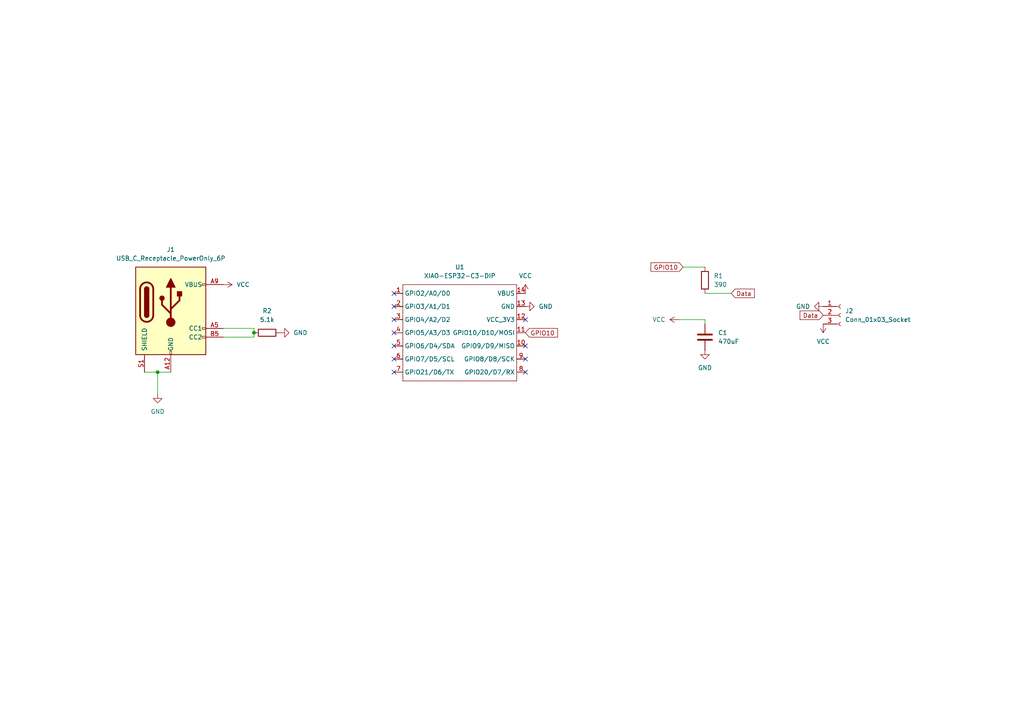
<source format=kicad_sch>
(kicad_sch (version 20250114) (generator "eeschema") (generator_version "9.0")
  (paper "A4")
  (title_block (title "WLED BOX") (date "2025-06-19") (rev "V1") (company "Ginobeano"))
  (lib_symbols
    (symbol "Connector:Conn_01x03_Socket" (pin_names (offset 1.016) (hide yes))
      (property "Reference" "J" (at 0 5.08 0))
      (property "Value" "Conn_01x03_Socket" (at 0 -5.08 0))
      (symbol "Conn_01x03_Socket_1_1"
        (polyline (pts (xy -1.27 2.54) (xy -0.508 2.54)) (stroke (width 0.1524)))
        (polyline (pts (xy -1.27 0) (xy -0.508 0)) (stroke (width 0.1524)))
        (polyline (pts (xy -1.27 -2.54) (xy -0.508 -2.54)) (stroke (width 0.1524)))
        (arc (start 0 2.032) (mid -0.5058 2.54) (end 0 3.048) (stroke (width 0.1524)))
        (arc (start 0 -0.508) (mid -0.5058 0) (end 0 0.508) (stroke (width 0.1524)))
        (arc (start 0 -3.048) (mid -0.5058 -2.54) (end 0 -2.032) (stroke (width 0.1524)))
        (pin passive line (at -5.08 2.54 0) (length 3.81) (name "Pin_1") (number "1"))
        (pin passive line (at -5.08 0 0) (length 3.81) (name "Pin_2") (number "2"))
        (pin passive line (at -5.08 -2.54 0) (length 3.81) (name "Pin_3") (number "3"))
      )
    )
    (symbol "Connector:USB_C_Receptacle_PowerOnly_6P" (pin_names (offset 1.016))
      (property "Reference" "J" (at 0 16.51 0))
      (property "Value" "USB_C_Receptacle_PowerOnly_6P" (at 0 13.97 0))
      (symbol "USB_C_Receptacle_PowerOnly_6P_0_0"
        (rectangle (start -0.254 -12.7) (end 0.254 -11.684))
        (rectangle (start 10.16 7.874) (end 9.144 7.366))
        (rectangle (start 10.16 -4.826) (end 9.144 -5.334))
        (rectangle (start 10.16 -7.366) (end 9.144 -7.874))
      )
      (symbol "USB_C_Receptacle_PowerOnly_6P_0_1"
        (rectangle (start -10.16 12.7) (end 10.16 -12.7) (stroke (width 0.254)) (fill (type background)))
        (polyline (pts (xy -8.89 -1.27) (xy -8.89 6.35)) (stroke (width 0.508)))
        (rectangle (start -7.62 -1.27) (end -6.35 6.35) (stroke (width 0.254)) (fill (type outline)))
        (arc (start -7.62 6.35) (mid -6.985 6.9823) (end -6.35 6.35) (stroke (width 0.254)))
        (arc (start -7.62 6.35) (mid -6.985 6.9823) (end -6.35 6.35) (stroke (width 0.254)) (fill (type outline)))
        (arc (start -8.89 6.35) (mid -6.985 8.2467) (end -5.08 6.35) (stroke (width 0.508)))
        (arc (start -5.08 -1.27) (mid -6.985 -3.1667) (end -8.89 -1.27) (stroke (width 0.508)))
        (arc (start -6.35 -1.27) (mid -6.985 -1.9023) (end -7.62 -1.27) (stroke (width 0.254)))
        (arc (start -6.35 -1.27) (mid -6.985 -1.9023) (end -7.62 -1.27) (stroke (width 0.254)) (fill (type outline)))
        (polyline (pts (xy -5.08 6.35) (xy -5.08 -1.27)) (stroke (width 0.508)))
        (circle (center -2.54 3.683) (radius 0.635) (stroke (width 0.254)) (fill (type outline)))
        (polyline (pts (xy -1.27 6.858) (xy 0 9.398) (xy 1.27 6.858) (xy -1.27 6.858)) (stroke (width 0.254)) (fill (type outline)))
        (polyline (pts (xy 0 0.508) (xy 2.54 3.048) (xy 2.54 4.318)) (stroke (width 0.508)))
        (polyline (pts (xy 0 -0.762) (xy -2.54 1.778) (xy -2.54 3.048)) (stroke (width 0.508)))
        (polyline (pts (xy 0 -3.302) (xy 0 6.858)) (stroke (width 0.508)))
        (circle (center 0 -3.302) (radius 1.27) (fill (type outline)))
        (rectangle (start 1.905 4.318) (end 3.175 5.588) (stroke (width 0.254)) (fill (type outline)))
      )
      (symbol "USB_C_Receptacle_PowerOnly_6P_1_1"
        (pin passive line (at -7.62 -17.78 90) (length 5.08) (name "SHIELD") (number "S1"))
        (pin passive line (at 0 -17.78 90) (length 5.08) (name "GND") (number "A12"))
        (pin passive line (at 0 -17.78 90) (length 5.08) (hide yes) (name "GND") (number "B12"))
        (pin passive line (at 15.24 7.62 180) (length 5.08) (name "VBUS") (number "A9"))
        (pin passive line (at 15.24 7.62 180) (length 5.08) (hide yes) (name "VBUS") (number "B9"))
        (pin bidirectional line (at 15.24 -5.08 180) (length 5.08) (name "CC1") (number "A5"))
        (pin bidirectional line (at 15.24 -7.62 180) (length 5.08) (name "CC2") (number "B5"))
      )
    )
    (symbol "Device:C" (pin_numbers (hide yes)) (pin_names (offset 0.254))
      (property "Reference" "C" (at 0.635 2.54 0))
      (property "Value" "C" (at 0.635 -2.54 0))
      (symbol "C_0_1"
        (polyline (pts (xy -2.032 0.762) (xy 2.032 0.762)) (stroke (width 0.508)))
        (polyline (pts (xy -2.032 -0.762) (xy 2.032 -0.762)) (stroke (width 0.508)))
      )
      (symbol "C_1_1"
        (pin passive line (at 0 3.81 270) (length 2.794) (name "~") (number "1"))
        (pin passive line (at 0 -3.81 90) (length 2.794) (name "~") (number "2"))
      )
    )
    (symbol "Device:R" (pin_numbers (hide yes)) (pin_names (offset 0))
      (property "Reference" "R" (at 2.032 0 90))
      (property "Value" "R" (at 0 0 90))
      (symbol "R_0_1"
        (rectangle (start -1.016 -2.54) (end 1.016 2.54) (stroke (width 0.254)))
      )
      (symbol "R_1_1"
        (pin passive line (at 0 3.81 270) (length 1.27) (name "~") (number "1"))
        (pin passive line (at 0 -3.81 90) (length 1.27) (name "~") (number "2"))
      )
    )
    (symbol "Seeed-Studio-Xiao:XIAO-ESP32-C3-DIP"
      (property "Reference" "U" (at 1.016 2.794 0))
      (property "Value" "XIAO-ESP32-C3-DIP" (at 7.62 1.016 0))
      (symbol "XIAO-ESP32-C3-DIP_1_0"
        (polyline (pts (xy 0 0) (xy 33.02 0)) (stroke (width 0.1524)))
        (polyline (pts (xy 0 -2.54) (xy -1.27 -2.54)) (stroke (width 0.1524)))
        (polyline (pts (xy 0 -2.54) (xy 0 0)) (stroke (width 0.1524)))
        (polyline (pts (xy 0 -6.35) (xy -1.27 -6.35)) (stroke (width 0.1524)))
        (polyline (pts (xy 0 -6.35) (xy 0 -2.54)) (stroke (width 0.1524)))
        (polyline (pts (xy 0 -10.16) (xy -1.27 -10.16)) (stroke (width 0.1524)))
        (polyline (pts (xy 0 -10.16) (xy 0 -6.35)) (stroke (width 0.1524)))
        (polyline (pts (xy 0 -13.97) (xy -1.27 -13.97)) (stroke (width 0.1524)))
        (polyline (pts (xy 0 -13.97) (xy 0 -10.16)) (stroke (width 0.1524)))
        (polyline (pts (xy 0 -17.78) (xy -1.27 -17.78)) (stroke (width 0.1524)))
        (polyline (pts (xy 0 -21.59) (xy -1.27 -21.59)) (stroke (width 0.1524)))
        (polyline (pts (xy 0 -25.4) (xy -1.27 -25.4)) (stroke (width 0.1524)))
        (polyline (pts (xy 0 -27.94) (xy 0 -13.97)) (stroke (width 0.1524)))
        (polyline (pts (xy 33.02 0) (xy 33.02 -2.54)) (stroke (width 0.1524)))
        (polyline (pts (xy 33.02 -2.54) (xy 33.02 -6.35)) (stroke (width 0.1524)))
        (polyline (pts (xy 33.02 -6.35) (xy 33.02 -10.16)) (stroke (width 0.1524)))
        (polyline (pts (xy 33.02 -10.16) (xy 33.02 -27.94)) (stroke (width 0.1524)))
        (polyline (pts (xy 33.02 -27.94) (xy 0 -27.94)) (stroke (width 0.1524)))
        (polyline (pts (xy 34.29 -2.54) (xy 33.02 -2.54)) (stroke (width 0.1524)))
        (polyline (pts (xy 34.29 -6.35) (xy 33.02 -6.35)) (stroke (width 0.1524)))
        (polyline (pts (xy 34.29 -10.16) (xy 33.02 -10.16)) (stroke (width 0.1524)))
        (polyline (pts (xy 34.29 -13.97) (xy 33.02 -13.97)) (stroke (width 0.1524)))
        (polyline (pts (xy 34.29 -17.78) (xy 33.02 -17.78)) (stroke (width 0.1524)))
        (polyline (pts (xy 34.29 -21.59) (xy 33.02 -21.59)) (stroke (width 0.1524)))
        (polyline (pts (xy 34.29 -25.4) (xy 33.02 -25.4)) (stroke (width 0.1524)))
        (pin passive line (at -2.54 -2.54 0) (length 2.54) (name "GPIO2/A0/D0") (number "1"))
        (pin passive line (at -2.54 -6.35 0) (length 2.54) (name "GPIO3/A1/D1") (number "2"))
        (pin passive line (at -2.54 -10.16 0) (length 2.54) (name "GPIO4/A2/D2") (number "3"))
        (pin passive line (at -2.54 -13.97 0) (length 2.54) (name "GPIO5/A3/D3") (number "4"))
        (pin passive line (at -2.54 -17.78 0) (length 2.54) (name "GPIO6/D4/SDA") (number "5"))
        (pin passive line (at -2.54 -21.59 0) (length 2.54) (name "GPIO7/D5/SCL") (number "6"))
        (pin passive line (at -2.54 -25.4 0) (length 2.54) (name "GPIO21/D6/TX") (number "7"))
        (pin passive line (at 35.56 -2.54 180) (length 2.54) (name "VBUS") (number "14"))
        (pin passive line (at 35.56 -6.35 180) (length 2.54) (name "GND") (number "13"))
        (pin passive line (at 35.56 -10.16 180) (length 2.54) (name "VCC_3V3") (number "12"))
        (pin passive line (at 35.56 -13.97 180) (length 2.54) (name "GPIO10/D10/MOSI") (number "11"))
        (pin passive line (at 35.56 -17.78 180) (length 2.54) (name "GPIO9/D9/MISO") (number "10"))
        (pin passive line (at 35.56 -21.59 180) (length 2.54) (name "GPIO8/D8/SCK") (number "9"))
        (pin passive line (at 35.56 -25.4 180) (length 2.54) (name "GPIO20/D7/RX") (number "8"))
      )
    )
    (symbol "power:GND" (power) (pin_numbers (hide yes)) (pin_names (offset 0) (hide yes))
      (property "Value" "GND" (at 0 -3.81 0))
      (symbol "GND_0_1"
        (polyline (pts (xy 0 0) (xy 0 -1.27) (xy 1.27 -1.27) (xy 0 -2.54) (xy -1.27 -1.27) (xy 0 -1.27)))
      )
      (symbol "GND_1_1"
        (pin power_in line (at 0 0 270) (length 0) (name "~") (number "1"))
      )
    )
    (symbol "power:VCC" (power) (pin_numbers (hide yes)) (pin_names (offset 0) (hide yes))
      (property "Value" "VCC" (at 0 3.556 0))
      (symbol "VCC_0_1"
        (polyline (pts (xy -0.762 1.27) (xy 0 2.54)))
        (polyline (pts (xy 0 2.54) (xy 0.762 1.27)))
        (polyline (pts (xy 0 0) (xy 0 2.54)))
      )
      (symbol "VCC_1_1"
        (pin power_in line (at 0 0 90) (length 0) (name "~") (number "1"))
      )
    )
  )
  (junction (at 45.72 107.95))
  (junction (at 73.66 96.52))
  (no_connect (at 152.4 92.71))
  (no_connect (at 114.3 96.52))
  (no_connect (at 152.4 107.95))
  (no_connect (at 114.3 107.95))
  (no_connect (at 114.3 104.14))
  (no_connect (at 114.3 100.33))
  (no_connect (at 114.3 88.9))
  (no_connect (at 152.4 100.33))
  (no_connect (at 114.3 85.09))
  (no_connect (at 114.3 92.71))
  (no_connect (at 152.4 104.14))
  (wire (pts (xy 204.47 85.09) (xy 212.09 85.09)))
  (wire (pts (xy 73.66 97.79) (xy 73.66 96.52)))
  (wire (pts (xy 41.91 107.95) (xy 45.72 107.95)))
  (wire (pts (xy 73.66 95.25) (xy 73.66 96.52)))
  (wire (pts (xy 64.77 95.25) (xy 73.66 95.25)))
  (wire (pts (xy 198.12 77.47) (xy 204.47 77.47)))
  (wire (pts (xy 64.77 97.79) (xy 73.66 97.79)))
  (wire (pts (xy 196.85 92.71) (xy 204.47 92.71)))
  (wire (pts (xy 204.47 92.71) (xy 204.47 93.98)))
  (wire (pts (xy 45.72 107.95) (xy 49.53 107.95)))
  (wire (pts (xy 45.72 114.3) (xy 45.72 107.95)))
  (global_label "Data" (shape input) (at 212.09 85.09 0) (property "Intersheetrefs" "${INTERSHEET_REFS}" (effects (hide yes))))
  (global_label "GPIO10" (shape input) (at 198.12 77.47 180) (property "Intersheetrefs" "${INTERSHEET_REFS}" (effects (hide yes))))
  (global_label "GPIO10" (shape input) (at 152.4 96.52 0) (property "Intersheetrefs" "${INTERSHEET_REFS}" (effects (hide yes))))
  (global_label "Data" (shape input) (at 238.76 91.44 180) (property "Intersheetrefs" "${INTERSHEET_REFS}" (effects (hide yes))))
  (symbol (lib_id "power:GND") (at 81.28 96.52 90) (unit 1)
    (property "Reference" "#PWR07" (effects (hide yes)))
    (property "Value" "GND" (at 85.09 96.5199 90) (effects (justify right)))
    (property "Description" "Power symbol creates a global label with name \"GND\" , ground" (effects (hide yes)))
  )
  (symbol (lib_id "power:VCC") (at 152.4 85.09 0) (unit 1)
    (property "Reference" "#PWR01" (effects (hide yes)))
    (property "Value" "VCC" (at 152.4 80.01 0))
    (property "Description" "Power symbol creates a global label with name \"VCC\"" (effects (hide yes)))
  )
  (symbol (lib_id "power:GND") (at 45.72 114.3 0) (unit 1)
    (property "Reference" "#PWR05" (effects (hide yes)))
    (property "Value" "GND" (at 45.72 119.38 0))
    (property "Description" "Power symbol creates a global label with name \"GND\" , ground" (effects (hide yes)))
  )
  (symbol (lib_id "Seeed-Studio-Xiao:XIAO-ESP32-C3-DIP") (at 116.84 82.55 0) (unit 1)
    (property "Reference" "U1" (at 133.35 77.47 0))
    (property "Value" "XIAO-ESP32-C3-DIP" (at 133.35 80.01 0))
    (property "Footprint" "Module:XIAO-ESP32C3-DIP" (effects (hide yes)))
  )
  (symbol (lib_id "power:VCC") (at 196.85 92.71 90) (unit 1)
    (property "Reference" "#PWR02" (effects (hide yes)))
    (property "Value" "VCC" (at 193.04 92.7099 90) (effects (justify left)))
    (property "Description" "Power symbol creates a global label with name \"VCC\"" (effects (hide yes)))
  )
  (symbol (lib_id "Connector:Conn_01x03_Socket") (at 243.84 91.44 0) (unit 1)
    (property "Reference" "J2" (at 245.11 90.1699 0) (effects (justify left)))
    (property "Value" "Conn_01x03_Socket" (at 245.11 92.7099 0) (effects (justify left)))
    (property "Footprint" "Connector_PinHeader_2.54mm:PinHeader_1x03_P2.54mm_Vertical" (effects (hide yes)))
    (property "Description" "Generic connector, single row, 01x03, script generated" (effects (hide yes)))
  )
  (symbol (lib_id "Connector:USB_C_Receptacle_PowerOnly_6P") (at 49.53 90.17 0) (unit 1)
    (property "Reference" "J1" (at 49.53 72.39 0))
    (property "Value" "USB_C_Receptacle_PowerOnly_6P" (at 49.53 74.93 0))
    (property "Footprint" "Connector_USB:USB_C_Receptacle_GCT_USB4135-GF-A_6P_TopMnt_Horizontal" (effects (hide yes)))
    (property "Datasheet" "https://www.usb.org/sites/default/files/documents/usb_type-c.zip" (effects (hide yes)))
    (property "Description" "USB Power-Only 6P Type-C Receptacle connector" (effects (hide yes)))
  )
  (symbol (lib_id "power:VCC") (at 238.76 93.98 180) (unit 1)
    (property "Reference" "#PWR09" (effects (hide yes)))
    (property "Value" "VCC" (at 238.76 99.06 0))
    (property "Description" "Power symbol creates a global label with name \"VCC\"" (effects (hide yes)))
  )
  (symbol (lib_id "power:GND") (at 152.4 88.9 90) (unit 1)
    (property "Reference" "#PWR03" (effects (hide yes)))
    (property "Value" "GND" (at 156.21 88.8999 90) (effects (justify right)))
    (property "Description" "Power symbol creates a global label with name \"GND\" , ground" (effects (hide yes)))
  )
  (symbol (lib_id "Device:R") (at 77.47 96.52 90) (unit 1)
    (property "Reference" "R2" (at 77.47 90.17 90))
    (property "Value" "5.1k" (at 77.47 92.71 90))
    (property "Footprint" "Resistor_THT:R_Axial_DIN0207_L6.3mm_D2.5mm_P7.62mm_Horizontal" (effects (hide yes)))
    (property "Description" "Resistor" (effects (hide yes)))
  )
  (symbol (lib_id "Device:R") (at 204.47 81.28 0) (unit 1)
    (property "Reference" "R1" (at 207.01 80.0099 0) (effects (justify left)))
    (property "Value" "390" (at 207.01 82.5499 0) (effects (justify left)))
    (property "Footprint" "Resistor_THT:R_Axial_DIN0207_L6.3mm_D2.5mm_P7.62mm_Horizontal" (effects (hide yes)))
    (property "Description" "Resistor" (effects (hide yes)))
  )
  (symbol (lib_id "power:VCC") (at 64.77 82.55 270) (unit 1)
    (property "Reference" "#PWR08" (effects (hide yes)))
    (property "Value" "VCC" (at 68.58 82.5499 90) (effects (justify left)))
    (property "Description" "Power symbol creates a global label with name \"VCC\"" (effects (hide yes)))
  )
  (symbol (lib_id "Device:C") (at 204.47 97.79 0) (unit 1)
    (property "Reference" "C1" (at 208.28 96.5199 0) (effects (justify left)))
    (property "Value" "470uF" (at 208.28 99.0599 0) (effects (justify left)))
    (property "Footprint" "Capacitor_THT:CP_Radial_D10.0mm_P5.00mm" (effects (hide yes)))
    (property "Description" "Unpolarized capacitor" (effects (hide yes)))
  )
  (symbol (lib_id "power:GND") (at 238.76 88.9 270) (unit 1)
    (property "Reference" "#PWR06" (effects (hide yes)))
    (property "Value" "GND" (at 234.95 88.8999 90) (effects (justify right)))
    (property "Description" "Power symbol creates a global label with name \"GND\" , ground" (effects (hide yes)))
  )
  (symbol (lib_id "power:GND") (at 204.47 101.6 0) (unit 1)
    (property "Reference" "#PWR04" (effects (hide yes)))
    (property "Value" "GND" (at 204.47 106.68 0))
    (property "Description" "Power symbol creates a global label with name \"GND\" , ground" (effects (hide yes)))
  )
)
</source>
